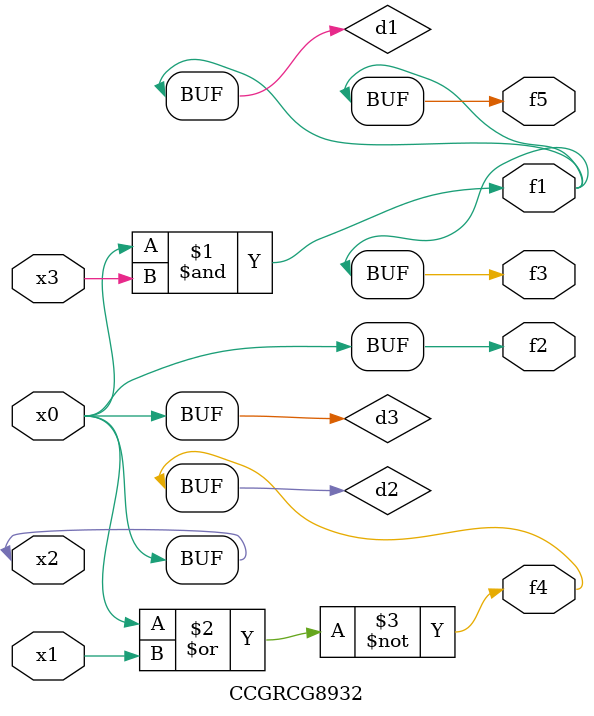
<source format=v>
module CCGRCG8932(
	input x0, x1, x2, x3,
	output f1, f2, f3, f4, f5
);

	wire d1, d2, d3;

	and (d1, x2, x3);
	nor (d2, x0, x1);
	buf (d3, x0, x2);
	assign f1 = d1;
	assign f2 = d3;
	assign f3 = d1;
	assign f4 = d2;
	assign f5 = d1;
endmodule

</source>
